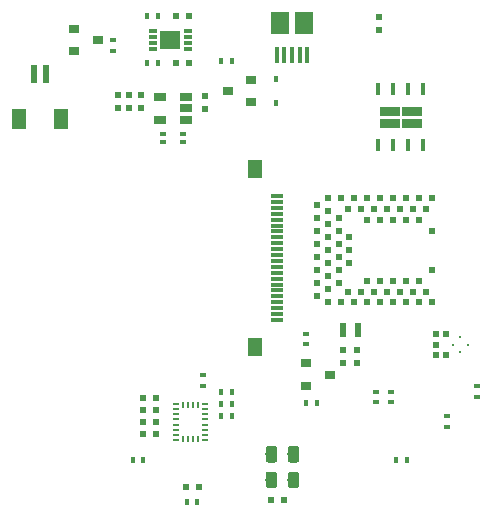
<source format=gbr>
G04 #@! TF.GenerationSoftware,KiCad,Pcbnew,(2018-02-05 revision d1a45d147)-makepkg*
G04 #@! TF.CreationDate,2020-01-13T12:48:58-08:00*
G04 #@! TF.ProjectId,badge,62616467652E6B696361645F70636200,rev?*
G04 #@! TF.SameCoordinates,Original*
G04 #@! TF.FileFunction,Paste,Bot*
G04 #@! TF.FilePolarity,Positive*
%FSLAX46Y46*%
G04 Gerber Fmt 4.6, Leading zero omitted, Abs format (unit mm)*
G04 Created by KiCad (PCBNEW (2018-02-05 revision d1a45d147)-makepkg) date 01/13/20 12:48:58*
%MOMM*%
%LPD*%
G01*
G04 APERTURE LIST*
%ADD10C,0.010000*%
%ADD11R,0.520000X0.300000*%
%ADD12R,0.600000X1.200000*%
%ADD13R,0.420000X1.060000*%
%ADD14R,1.200000X1.800000*%
%ADD15R,0.600000X1.550000*%
%ADD16R,1.060000X0.650000*%
%ADD17R,0.522000X0.600000*%
%ADD18C,0.300000*%
%ADD19R,0.900000X0.800000*%
%ADD20R,0.500000X0.600000*%
%ADD21R,0.600000X0.500000*%
%ADD22R,0.600000X0.400000*%
%ADD23R,0.400000X0.600000*%
%ADD24R,0.530000X0.280000*%
%ADD25R,0.280000X0.530000*%
%ADD26R,0.500000X0.500000*%
%ADD27R,0.800000X0.300000*%
%ADD28R,1.750000X1.550000*%
%ADD29C,0.100000*%
%ADD30C,0.975000*%
%ADD31R,0.450000X0.600000*%
%ADD32R,1.500000X1.900000*%
%ADD33R,0.400000X1.350000*%
%ADD34R,1.000000X0.300000*%
%ADD35R,1.300000X1.650000*%
G04 APERTURE END LIST*
D10*
G36*
X134030400Y-85406800D02*
X134030400Y-84676800D01*
X132450400Y-84676800D01*
X132450400Y-85406800D01*
X134030400Y-85406800D01*
G37*
X134030400Y-85406800D02*
X134030400Y-84676800D01*
X132450400Y-84676800D01*
X132450400Y-85406800D01*
X134030400Y-85406800D01*
G36*
X135890400Y-86416800D02*
X135890400Y-85686800D01*
X134310400Y-85686800D01*
X134310400Y-86416800D01*
X135890400Y-86416800D01*
G37*
X135890400Y-86416800D02*
X135890400Y-85686800D01*
X134310400Y-85686800D01*
X134310400Y-86416800D01*
X135890400Y-86416800D01*
G36*
X134030400Y-86416800D02*
X134030400Y-85686800D01*
X132450400Y-85686800D01*
X132450400Y-86416800D01*
X134030400Y-86416800D01*
G37*
X134030400Y-86416800D02*
X134030400Y-85686800D01*
X132450400Y-85686800D01*
X132450400Y-86416800D01*
X134030400Y-86416800D01*
G36*
X135890400Y-85406800D02*
X135890400Y-84676800D01*
X134310400Y-84676800D01*
X134310400Y-85406800D01*
X135890400Y-85406800D01*
G37*
X135890400Y-85406800D02*
X135890400Y-84676800D01*
X134310400Y-84676800D01*
X134310400Y-85406800D01*
X135890400Y-85406800D01*
D11*
X114109000Y-87002000D03*
X114109000Y-87652000D03*
X115789000Y-87652000D03*
X115789000Y-87002000D03*
D12*
X130544000Y-103604000D03*
X129344000Y-103604000D03*
D13*
X136075400Y-83211800D03*
X134805400Y-83211800D03*
X133535400Y-83211800D03*
X132265400Y-83211800D03*
X132265400Y-87881800D03*
X133535400Y-87881800D03*
X134805400Y-87881800D03*
X136075400Y-87881800D03*
D14*
X101865000Y-85745000D03*
X105465000Y-85745000D03*
D15*
X103165000Y-81870000D03*
X104165000Y-81870000D03*
D16*
X113859000Y-83877000D03*
X113859000Y-85777000D03*
X116059000Y-85777000D03*
X116059000Y-84827000D03*
X116059000Y-83877000D03*
D17*
X137176400Y-104825400D03*
X137176400Y-105725400D03*
X137998400Y-105725400D03*
X137998400Y-103925400D03*
X137176400Y-103925400D03*
D18*
X139250400Y-105487400D03*
X139250400Y-104163400D03*
X138588400Y-104825400D03*
X139912400Y-104825400D03*
D19*
X119556000Y-83337000D03*
X121556000Y-84287000D03*
X121556000Y-82387000D03*
X128187940Y-107357780D03*
X126187940Y-106407780D03*
X126187940Y-108307780D03*
X108565000Y-79030000D03*
X106565000Y-78080000D03*
X106565000Y-79980000D03*
D20*
X110221000Y-84750000D03*
X110221000Y-83650000D03*
D21*
X112379800Y-111378200D03*
X113479800Y-111378200D03*
X112379800Y-109378200D03*
X113479800Y-109378200D03*
X124281000Y-118008000D03*
X123181000Y-118008000D03*
X115979278Y-116888676D03*
X117079278Y-116888676D03*
X113479800Y-112378200D03*
X112379800Y-112378200D03*
X113479800Y-110378200D03*
X112379800Y-110378200D03*
D20*
X112221000Y-84750000D03*
X112221000Y-83650000D03*
D21*
X115155000Y-81016000D03*
X116255000Y-81016000D03*
D20*
X129344400Y-106391400D03*
X129344400Y-105291400D03*
D21*
X115155000Y-77016000D03*
X116255000Y-77016000D03*
D20*
X132341600Y-78222800D03*
X132341600Y-77122800D03*
X117635000Y-84877000D03*
X117635000Y-83777000D03*
X130538200Y-106391400D03*
X130538200Y-105291400D03*
X111221000Y-84750000D03*
X111221000Y-83650000D03*
D22*
X117429800Y-108328200D03*
X117429800Y-107428200D03*
D23*
X118979800Y-109878200D03*
X119879800Y-109878200D03*
X118979800Y-108878200D03*
X119879800Y-108878200D03*
D22*
X140647400Y-109245000D03*
X140647400Y-108345000D03*
X138082000Y-110885000D03*
X138082000Y-111785000D03*
D23*
X116979278Y-118158676D03*
X116079278Y-118158676D03*
D22*
X132087600Y-109720400D03*
X132087600Y-108820400D03*
X133357600Y-109720400D03*
X133357600Y-108820400D03*
X109865000Y-79040000D03*
X109865000Y-79940000D03*
D23*
X112405000Y-114560000D03*
X111505000Y-114560000D03*
X127095000Y-109750000D03*
X126195000Y-109750000D03*
X134735000Y-114560000D03*
X133835000Y-114560000D03*
X119925000Y-80850000D03*
X119025000Y-80850000D03*
D22*
X126138920Y-103895340D03*
X126138920Y-104795340D03*
D23*
X113655000Y-77016000D03*
X112755000Y-77016000D03*
X112755000Y-81016000D03*
X113655000Y-81016000D03*
X118979800Y-110878200D03*
X119879800Y-110878200D03*
D24*
X115204800Y-112883200D03*
D25*
X115784800Y-112848200D03*
X116214800Y-112848200D03*
X116644800Y-112848200D03*
X117074800Y-112848200D03*
D24*
X117654800Y-112883200D03*
X117654800Y-112453200D03*
X117654800Y-112023200D03*
X117654800Y-111593200D03*
X117654800Y-111163200D03*
X117654800Y-110733200D03*
X117654800Y-110303200D03*
X117654800Y-109873200D03*
D25*
X117074800Y-109908200D03*
X116644800Y-109908200D03*
X116214800Y-109908200D03*
X115784800Y-109908200D03*
D24*
X115204800Y-109873200D03*
X115204800Y-110303200D03*
X115204800Y-110733200D03*
X115204800Y-111163200D03*
X115204800Y-111593200D03*
X115204800Y-112023200D03*
X115204800Y-112453200D03*
D26*
X127150000Y-93000000D03*
X127150000Y-94100000D03*
X127150000Y-95200000D03*
X127150000Y-96300000D03*
X127150000Y-97400000D03*
X127150000Y-98500000D03*
X127150000Y-99600000D03*
X127150000Y-100700000D03*
X135750000Y-94250000D03*
X134650000Y-94250000D03*
X133550000Y-94250000D03*
X132450000Y-94250000D03*
X131350000Y-94250000D03*
X129850000Y-95750000D03*
X129850000Y-96850000D03*
X129850000Y-97950000D03*
X131350000Y-99450000D03*
X132450000Y-99450000D03*
X133550000Y-99450000D03*
X134650000Y-99450000D03*
X135750000Y-99450000D03*
X136850000Y-98500000D03*
X136850000Y-95200000D03*
X136850000Y-92450000D03*
X136300000Y-93350000D03*
X135750000Y-92450000D03*
X135200000Y-93350000D03*
X134650000Y-92450000D03*
X134100000Y-93350000D03*
X133550000Y-92450000D03*
X133000000Y-93350000D03*
X132450000Y-92450000D03*
X131900000Y-93350000D03*
X131350000Y-92450000D03*
X130800000Y-93350000D03*
X130250000Y-92450000D03*
X129700000Y-93350000D03*
X129150000Y-92450000D03*
X128050000Y-92450000D03*
X128050000Y-93550000D03*
X128950000Y-94100000D03*
X128050000Y-94650000D03*
X128950000Y-95200000D03*
X128050000Y-95750000D03*
X128950000Y-96300000D03*
X128050000Y-96850000D03*
X128950000Y-97400000D03*
X128050000Y-97950000D03*
X128950000Y-98500000D03*
X128050000Y-99050000D03*
X128950000Y-99600000D03*
X128050000Y-100150000D03*
X128050000Y-101250000D03*
X129150000Y-101250000D03*
X129700000Y-100350000D03*
X130250000Y-101250000D03*
X130800000Y-100350000D03*
X131350000Y-101250000D03*
X131900000Y-100350000D03*
X132450000Y-101250000D03*
X133000000Y-100350000D03*
X133550000Y-101250000D03*
X134100000Y-100350000D03*
X134650000Y-101250000D03*
X135200000Y-100350000D03*
X135750000Y-101250000D03*
X136300000Y-100350000D03*
X136850000Y-101250000D03*
D27*
X116205000Y-78266000D03*
X116205000Y-78766000D03*
X116205000Y-79266000D03*
X116205000Y-79766000D03*
X113205000Y-79766000D03*
X113205000Y-79266000D03*
X113205000Y-78766000D03*
X113205000Y-78266000D03*
D28*
X114705000Y-79016000D03*
D29*
G36*
X125384676Y-113412993D02*
X125408337Y-113416503D01*
X125431541Y-113422315D01*
X125454063Y-113430373D01*
X125475687Y-113440601D01*
X125496204Y-113452898D01*
X125515417Y-113467148D01*
X125533141Y-113483212D01*
X125549205Y-113500936D01*
X125563455Y-113520149D01*
X125575752Y-113540666D01*
X125585980Y-113562290D01*
X125594038Y-113584812D01*
X125599850Y-113608016D01*
X125603360Y-113631677D01*
X125604534Y-113655569D01*
X125604534Y-114568069D01*
X125603360Y-114591961D01*
X125599850Y-114615622D01*
X125594038Y-114638826D01*
X125585980Y-114661348D01*
X125575752Y-114682972D01*
X125563455Y-114703489D01*
X125549205Y-114722702D01*
X125533141Y-114740426D01*
X125515417Y-114756490D01*
X125496204Y-114770740D01*
X125475687Y-114783037D01*
X125454063Y-114793265D01*
X125431541Y-114801323D01*
X125408337Y-114807135D01*
X125384676Y-114810645D01*
X125360784Y-114811819D01*
X124873284Y-114811819D01*
X124849392Y-114810645D01*
X124825731Y-114807135D01*
X124802527Y-114801323D01*
X124780005Y-114793265D01*
X124758381Y-114783037D01*
X124737864Y-114770740D01*
X124718651Y-114756490D01*
X124700927Y-114740426D01*
X124684863Y-114722702D01*
X124670613Y-114703489D01*
X124658316Y-114682972D01*
X124648088Y-114661348D01*
X124640030Y-114638826D01*
X124634218Y-114615622D01*
X124630708Y-114591961D01*
X124629534Y-114568069D01*
X124629534Y-113655569D01*
X124630708Y-113631677D01*
X124634218Y-113608016D01*
X124640030Y-113584812D01*
X124648088Y-113562290D01*
X124658316Y-113540666D01*
X124670613Y-113520149D01*
X124684863Y-113500936D01*
X124700927Y-113483212D01*
X124718651Y-113467148D01*
X124737864Y-113452898D01*
X124758381Y-113440601D01*
X124780005Y-113430373D01*
X124802527Y-113422315D01*
X124825731Y-113416503D01*
X124849392Y-113412993D01*
X124873284Y-113411819D01*
X125360784Y-113411819D01*
X125384676Y-113412993D01*
X125384676Y-113412993D01*
G37*
D30*
X125117034Y-114111819D03*
D29*
G36*
X123509676Y-113412993D02*
X123533337Y-113416503D01*
X123556541Y-113422315D01*
X123579063Y-113430373D01*
X123600687Y-113440601D01*
X123621204Y-113452898D01*
X123640417Y-113467148D01*
X123658141Y-113483212D01*
X123674205Y-113500936D01*
X123688455Y-113520149D01*
X123700752Y-113540666D01*
X123710980Y-113562290D01*
X123719038Y-113584812D01*
X123724850Y-113608016D01*
X123728360Y-113631677D01*
X123729534Y-113655569D01*
X123729534Y-114568069D01*
X123728360Y-114591961D01*
X123724850Y-114615622D01*
X123719038Y-114638826D01*
X123710980Y-114661348D01*
X123700752Y-114682972D01*
X123688455Y-114703489D01*
X123674205Y-114722702D01*
X123658141Y-114740426D01*
X123640417Y-114756490D01*
X123621204Y-114770740D01*
X123600687Y-114783037D01*
X123579063Y-114793265D01*
X123556541Y-114801323D01*
X123533337Y-114807135D01*
X123509676Y-114810645D01*
X123485784Y-114811819D01*
X122998284Y-114811819D01*
X122974392Y-114810645D01*
X122950731Y-114807135D01*
X122927527Y-114801323D01*
X122905005Y-114793265D01*
X122883381Y-114783037D01*
X122862864Y-114770740D01*
X122843651Y-114756490D01*
X122825927Y-114740426D01*
X122809863Y-114722702D01*
X122795613Y-114703489D01*
X122783316Y-114682972D01*
X122773088Y-114661348D01*
X122765030Y-114638826D01*
X122759218Y-114615622D01*
X122755708Y-114591961D01*
X122754534Y-114568069D01*
X122754534Y-113655569D01*
X122755708Y-113631677D01*
X122759218Y-113608016D01*
X122765030Y-113584812D01*
X122773088Y-113562290D01*
X122783316Y-113540666D01*
X122795613Y-113520149D01*
X122809863Y-113500936D01*
X122825927Y-113483212D01*
X122843651Y-113467148D01*
X122862864Y-113452898D01*
X122883381Y-113440601D01*
X122905005Y-113430373D01*
X122927527Y-113422315D01*
X122950731Y-113416503D01*
X122974392Y-113412993D01*
X122998284Y-113411819D01*
X123485784Y-113411819D01*
X123509676Y-113412993D01*
X123509676Y-113412993D01*
G37*
D30*
X123242034Y-114111819D03*
D29*
G36*
X125384676Y-115571993D02*
X125408337Y-115575503D01*
X125431541Y-115581315D01*
X125454063Y-115589373D01*
X125475687Y-115599601D01*
X125496204Y-115611898D01*
X125515417Y-115626148D01*
X125533141Y-115642212D01*
X125549205Y-115659936D01*
X125563455Y-115679149D01*
X125575752Y-115699666D01*
X125585980Y-115721290D01*
X125594038Y-115743812D01*
X125599850Y-115767016D01*
X125603360Y-115790677D01*
X125604534Y-115814569D01*
X125604534Y-116727069D01*
X125603360Y-116750961D01*
X125599850Y-116774622D01*
X125594038Y-116797826D01*
X125585980Y-116820348D01*
X125575752Y-116841972D01*
X125563455Y-116862489D01*
X125549205Y-116881702D01*
X125533141Y-116899426D01*
X125515417Y-116915490D01*
X125496204Y-116929740D01*
X125475687Y-116942037D01*
X125454063Y-116952265D01*
X125431541Y-116960323D01*
X125408337Y-116966135D01*
X125384676Y-116969645D01*
X125360784Y-116970819D01*
X124873284Y-116970819D01*
X124849392Y-116969645D01*
X124825731Y-116966135D01*
X124802527Y-116960323D01*
X124780005Y-116952265D01*
X124758381Y-116942037D01*
X124737864Y-116929740D01*
X124718651Y-116915490D01*
X124700927Y-116899426D01*
X124684863Y-116881702D01*
X124670613Y-116862489D01*
X124658316Y-116841972D01*
X124648088Y-116820348D01*
X124640030Y-116797826D01*
X124634218Y-116774622D01*
X124630708Y-116750961D01*
X124629534Y-116727069D01*
X124629534Y-115814569D01*
X124630708Y-115790677D01*
X124634218Y-115767016D01*
X124640030Y-115743812D01*
X124648088Y-115721290D01*
X124658316Y-115699666D01*
X124670613Y-115679149D01*
X124684863Y-115659936D01*
X124700927Y-115642212D01*
X124718651Y-115626148D01*
X124737864Y-115611898D01*
X124758381Y-115599601D01*
X124780005Y-115589373D01*
X124802527Y-115581315D01*
X124825731Y-115575503D01*
X124849392Y-115571993D01*
X124873284Y-115570819D01*
X125360784Y-115570819D01*
X125384676Y-115571993D01*
X125384676Y-115571993D01*
G37*
D30*
X125117034Y-116270819D03*
D29*
G36*
X123509676Y-115571993D02*
X123533337Y-115575503D01*
X123556541Y-115581315D01*
X123579063Y-115589373D01*
X123600687Y-115599601D01*
X123621204Y-115611898D01*
X123640417Y-115626148D01*
X123658141Y-115642212D01*
X123674205Y-115659936D01*
X123688455Y-115679149D01*
X123700752Y-115699666D01*
X123710980Y-115721290D01*
X123719038Y-115743812D01*
X123724850Y-115767016D01*
X123728360Y-115790677D01*
X123729534Y-115814569D01*
X123729534Y-116727069D01*
X123728360Y-116750961D01*
X123724850Y-116774622D01*
X123719038Y-116797826D01*
X123710980Y-116820348D01*
X123700752Y-116841972D01*
X123688455Y-116862489D01*
X123674205Y-116881702D01*
X123658141Y-116899426D01*
X123640417Y-116915490D01*
X123621204Y-116929740D01*
X123600687Y-116942037D01*
X123579063Y-116952265D01*
X123556541Y-116960323D01*
X123533337Y-116966135D01*
X123509676Y-116969645D01*
X123485784Y-116970819D01*
X122998284Y-116970819D01*
X122974392Y-116969645D01*
X122950731Y-116966135D01*
X122927527Y-116960323D01*
X122905005Y-116952265D01*
X122883381Y-116942037D01*
X122862864Y-116929740D01*
X122843651Y-116915490D01*
X122825927Y-116899426D01*
X122809863Y-116881702D01*
X122795613Y-116862489D01*
X122783316Y-116841972D01*
X122773088Y-116820348D01*
X122765030Y-116797826D01*
X122759218Y-116774622D01*
X122755708Y-116750961D01*
X122754534Y-116727069D01*
X122754534Y-115814569D01*
X122755708Y-115790677D01*
X122759218Y-115767016D01*
X122765030Y-115743812D01*
X122773088Y-115721290D01*
X122783316Y-115699666D01*
X122795613Y-115679149D01*
X122809863Y-115659936D01*
X122825927Y-115642212D01*
X122843651Y-115626148D01*
X122862864Y-115611898D01*
X122883381Y-115599601D01*
X122905005Y-115589373D01*
X122927527Y-115581315D01*
X122950731Y-115575503D01*
X122974392Y-115571993D01*
X122998284Y-115570819D01*
X123485784Y-115570819D01*
X123509676Y-115571993D01*
X123509676Y-115571993D01*
G37*
D30*
X123242034Y-116270819D03*
D31*
X123604000Y-84400000D03*
X123604000Y-82300000D03*
D32*
X126000000Y-77612500D03*
D33*
X124350000Y-80312500D03*
X123700000Y-80312500D03*
X126300000Y-80312500D03*
X125650000Y-80312500D03*
X125000000Y-80312500D03*
D32*
X124000000Y-77612500D03*
D34*
X123743700Y-102739440D03*
X123743700Y-102239440D03*
X123743700Y-101739440D03*
X123743700Y-101239440D03*
X123743700Y-100739440D03*
X123743700Y-100239440D03*
X123743700Y-99739440D03*
X123743700Y-99239440D03*
X123743700Y-98739440D03*
X123743700Y-98239440D03*
X123743700Y-97739440D03*
X123743700Y-97239440D03*
X123743700Y-96739440D03*
X123743700Y-96239440D03*
X123743700Y-95739440D03*
X123743700Y-95239440D03*
X123743700Y-94739440D03*
X123743700Y-94239440D03*
X123743700Y-93739440D03*
X123743700Y-93239440D03*
X123743700Y-92739440D03*
X123743700Y-92239440D03*
D35*
X121843700Y-105014440D03*
X121843700Y-89964440D03*
M02*

</source>
